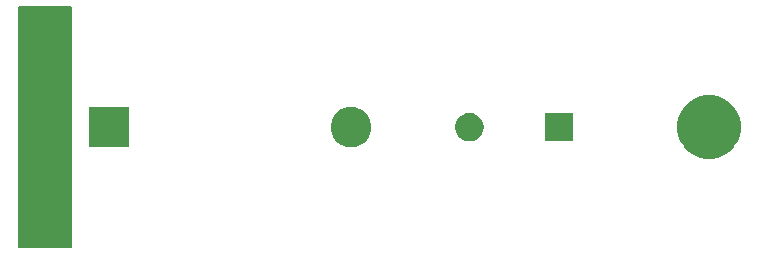
<source format=gts>
G04 #@! TF.GenerationSoftware,KiCad,Pcbnew,(5.0.2)-1*
G04 #@! TF.CreationDate,2025-08-06T21:36:18+02:00*
G04 #@! TF.ProjectId,beerodul,62656572-6f64-4756-9c2e-6b696361645f,rev?*
G04 #@! TF.SameCoordinates,Original*
G04 #@! TF.FileFunction,Soldermask,Top*
G04 #@! TF.FilePolarity,Negative*
%FSLAX46Y46*%
G04 Gerber Fmt 4.6, Leading zero omitted, Abs format (unit mm)*
G04 Created by KiCad (PCBNEW (5.0.2)-1) date 6. 08. 2025 21:36:18*
%MOMM*%
%LPD*%
G01*
G04 APERTURE LIST*
%ADD10C,0.150000*%
%ADD11C,0.100000*%
G04 APERTURE END LIST*
D10*
G36*
X125730000Y-68580000D02*
X125730000Y-88900000D01*
X130175000Y-88900000D01*
X130175000Y-68580000D01*
X125730000Y-68580000D01*
G37*
X125730000Y-68580000D02*
X125730000Y-88900000D01*
X130175000Y-88900000D01*
X130175000Y-68580000D01*
X125730000Y-68580000D01*
D11*
G36*
X184937560Y-76143759D02*
X185428928Y-76347290D01*
X185428930Y-76347291D01*
X185865268Y-76638843D01*
X185871153Y-76642775D01*
X186247225Y-77018847D01*
X186247227Y-77018850D01*
X186390638Y-77233479D01*
X186542710Y-77461072D01*
X186746241Y-77952440D01*
X186850000Y-78474072D01*
X186850000Y-79005928D01*
X186746241Y-79527560D01*
X186594505Y-79893884D01*
X186542709Y-80018930D01*
X186305011Y-80374670D01*
X186247225Y-80461153D01*
X185871153Y-80837225D01*
X185871150Y-80837227D01*
X185428930Y-81132709D01*
X185428929Y-81132710D01*
X185428928Y-81132710D01*
X184937560Y-81336241D01*
X184415928Y-81440000D01*
X183884072Y-81440000D01*
X183362440Y-81336241D01*
X182871072Y-81132710D01*
X182871071Y-81132710D01*
X182871070Y-81132709D01*
X182428850Y-80837227D01*
X182428847Y-80837225D01*
X182052775Y-80461153D01*
X181994989Y-80374670D01*
X181757291Y-80018930D01*
X181705495Y-79893884D01*
X181553759Y-79527560D01*
X181450000Y-79005928D01*
X181450000Y-78474072D01*
X181553759Y-77952440D01*
X181757290Y-77461072D01*
X181909363Y-77233479D01*
X182052773Y-77018850D01*
X182052775Y-77018847D01*
X182428847Y-76642775D01*
X182434732Y-76638843D01*
X182871070Y-76347291D01*
X182871072Y-76347290D01*
X183362440Y-76143759D01*
X183884072Y-76040000D01*
X184415928Y-76040000D01*
X184937560Y-76143759D01*
X184937560Y-76143759D01*
G37*
G36*
X154226393Y-77083553D02*
X154335872Y-77105330D01*
X154645252Y-77233479D01*
X154923687Y-77419523D01*
X155160477Y-77656313D01*
X155346521Y-77934748D01*
X155444623Y-78171588D01*
X155474670Y-78244129D01*
X155540000Y-78572563D01*
X155540000Y-78907437D01*
X155503680Y-79090027D01*
X155474670Y-79235872D01*
X155346521Y-79545252D01*
X155160477Y-79823687D01*
X154923687Y-80060477D01*
X154645252Y-80246521D01*
X154335872Y-80374670D01*
X154226393Y-80396447D01*
X154007437Y-80440000D01*
X153672563Y-80440000D01*
X153453607Y-80396447D01*
X153344128Y-80374670D01*
X153034748Y-80246521D01*
X152756313Y-80060477D01*
X152519523Y-79823687D01*
X152333479Y-79545252D01*
X152205330Y-79235872D01*
X152176320Y-79090027D01*
X152140000Y-78907437D01*
X152140000Y-78572563D01*
X152205330Y-78244129D01*
X152235377Y-78171588D01*
X152333479Y-77934748D01*
X152519523Y-77656313D01*
X152756313Y-77419523D01*
X153034748Y-77233479D01*
X153344128Y-77105330D01*
X153453607Y-77083553D01*
X153672563Y-77040000D01*
X154007437Y-77040000D01*
X154226393Y-77083553D01*
X154226393Y-77083553D01*
G37*
G36*
X135050000Y-80440000D02*
X131650000Y-80440000D01*
X131650000Y-77040000D01*
X135050000Y-77040000D01*
X135050000Y-80440000D01*
X135050000Y-80440000D01*
G37*
G36*
X172670000Y-79940000D02*
X170270000Y-79940000D01*
X170270000Y-77540000D01*
X172670000Y-77540000D01*
X172670000Y-79940000D01*
X172670000Y-79940000D01*
G37*
G36*
X164220026Y-77586115D02*
X164438412Y-77676573D01*
X164634958Y-77807901D01*
X164802099Y-77975042D01*
X164933427Y-78171588D01*
X165023885Y-78389974D01*
X165070000Y-78621809D01*
X165070000Y-78858191D01*
X165023885Y-79090026D01*
X164933427Y-79308412D01*
X164802099Y-79504958D01*
X164634958Y-79672099D01*
X164438412Y-79803427D01*
X164220026Y-79893885D01*
X163988191Y-79940000D01*
X163751809Y-79940000D01*
X163519974Y-79893885D01*
X163301588Y-79803427D01*
X163105042Y-79672099D01*
X162937901Y-79504958D01*
X162806573Y-79308412D01*
X162716115Y-79090026D01*
X162670000Y-78858191D01*
X162670000Y-78621809D01*
X162716115Y-78389974D01*
X162806573Y-78171588D01*
X162937901Y-77975042D01*
X163105042Y-77807901D01*
X163301588Y-77676573D01*
X163519974Y-77586115D01*
X163751809Y-77540000D01*
X163988191Y-77540000D01*
X164220026Y-77586115D01*
X164220026Y-77586115D01*
G37*
M02*

</source>
